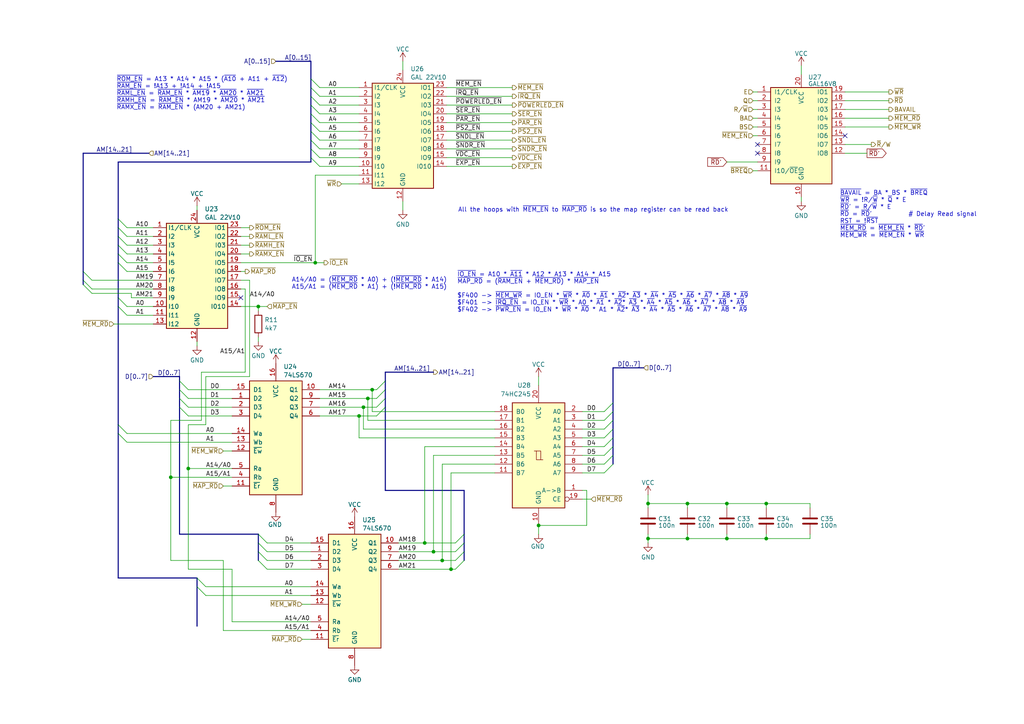
<source format=kicad_sch>
(kicad_sch (version 20231120) (generator "eeschema") (generator_version "8.0")
  (paper "A4")
  (lib_symbols
    (symbol "74xx:74HC245" (pin_names (offset 1.016))
      (property "Reference" "U" (at -7.62 16.51 0))
      (property "Value" "74HC245" (at -7.62 -16.51 0))
      (symbol "74HC245_1_0"
        (polyline (pts (xy -0.635 -1.27) (xy -0.635 1.27) (xy 0.635 1.27)))
        (polyline (pts (xy -1.27 -1.27) (xy 0.635 -1.27) (xy 0.635 1.27) (xy 1.27 1.27)))
        (pin input line (at -12.7 -10.16 0) (length 5.08) (name "A->B") (number "1"))
        (pin power_in line (at 0 -20.32 90) (length 5.08) (name "GND") (number "10"))
        (pin tri_state line (at 12.7 -5.08 180) (length 5.08) (name "B7") (number "11"))
        (pin tri_state line (at 12.7 -2.54 180) (length 5.08) (name "B6") (number "12"))
        (pin tri_state line (at 12.7 0 180) (length 5.08) (name "B5") (number "13"))
        (pin tri_state line (at 12.7 2.54 180) (length 5.08) (name "B4") (number "14"))
        (pin tri_state line (at 12.7 5.08 180) (length 5.08) (name "B3") (number "15"))
        (pin tri_state line (at 12.7 7.62 180) (length 5.08) (name "B2") (number "16"))
        (pin tri_state line (at 12.7 10.16 180) (length 5.08) (name "B1") (number "17"))
        (pin tri_state line (at 12.7 12.7 180) (length 5.08) (name "B0") (number "18"))
        (pin input inverted (at -12.7 -12.7 0) (length 5.08) (name "CE") (number "19"))
        (pin tri_state line (at -12.7 12.7 0) (length 5.08) (name "A0") (number "2"))
        (pin power_in line (at 0 20.32 270) (length 5.08) (name "VCC") (number "20"))
        (pin tri_state line (at -12.7 10.16 0) (length 5.08) (name "A1") (number "3"))
        (pin tri_state line (at -12.7 7.62 0) (length 5.08) (name "A2") (number "4"))
        (pin tri_state line (at -12.7 5.08 0) (length 5.08) (name "A3") (number "5"))
        (pin tri_state line (at -12.7 2.54 0) (length 5.08) (name "A4") (number "6"))
        (pin tri_state line (at -12.7 0 0) (length 5.08) (name "A5") (number "7"))
        (pin tri_state line (at -12.7 -2.54 0) (length 5.08) (name "A6") (number "8"))
        (pin tri_state line (at -12.7 -5.08 0) (length 5.08) (name "A7") (number "9"))
      )
      (symbol "74HC245_1_1"
        (rectangle (start -7.62 15.24) (end 7.62 -15.24) (stroke (width 0.254)) (fill (type background)))
      )
    )
    (symbol "74xx:74LS670" (pin_names (offset 1.016))
      (property "Reference" "U" (at -7.62 16.51 0))
      (property "Value" "74LS670" (at -7.62 -19.05 0))
      (symbol "74LS670_1_0"
        (pin input line (at -12.7 10.16 0) (length 5.08) (name "D2") (number "1"))
        (pin tri_state line (at 12.7 12.7 180) (length 5.08) (name "Q1") (number "10"))
        (pin input line (at -12.7 -15.24 0) (length 5.08) (name "~{Er}") (number "11"))
        (pin input line (at -12.7 -5.08 0) (length 5.08) (name "~{Ew}") (number "12"))
        (pin input line (at -12.7 -2.54 0) (length 5.08) (name "Wb") (number "13"))
        (pin input line (at -12.7 0 0) (length 5.08) (name "Wa") (number "14"))
        (pin input line (at -12.7 12.7 0) (length 5.08) (name "D1") (number "15"))
        (pin power_in line (at 0 20.32 270) (length 5.08) (name "VCC") (number "16"))
        (pin input line (at -12.7 7.62 0) (length 5.08) (name "D3") (number "2"))
        (pin input line (at -12.7 5.08 0) (length 5.08) (name "D4") (number "3"))
        (pin input line (at -12.7 -12.7 0) (length 5.08) (name "Rb") (number "4"))
        (pin input line (at -12.7 -10.16 0) (length 5.08) (name "Ra") (number "5"))
        (pin tri_state line (at 12.7 5.08 180) (length 5.08) (name "Q4") (number "6"))
        (pin tri_state line (at 12.7 7.62 180) (length 5.08) (name "Q3") (number "7"))
        (pin power_in line (at 0 -22.86 90) (length 5.08) (name "GND") (number "8"))
        (pin tri_state line (at 12.7 10.16 180) (length 5.08) (name "Q2") (number "9"))
      )
      (symbol "74LS670_1_1"
        (rectangle (start -7.62 15.24) (end 7.62 -17.78) (stroke (width 0.254)) (fill (type background)))
      )
    )
    (symbol "Device:C" (pin_numbers hide) (pin_names (offset 0.254))
      (property "Reference" "C" (at 0.635 2.54 0))
      (property "Value" "C" (at 0.635 -2.54 0))
      (symbol "C_0_1"
        (polyline (pts (xy -2.032 -0.762) (xy 2.032 -0.762)) (stroke (width 0.508)))
        (polyline (pts (xy -2.032 0.762) (xy 2.032 0.762)) (stroke (width 0.508)))
      )
      (symbol "C_1_1"
        (pin passive line (at 0 3.81 270) (length 2.794) (name "~") (number "1"))
        (pin passive line (at 0 -3.81 90) (length 2.794) (name "~") (number "2"))
      )
    )
    (symbol "Device:R" (pin_numbers hide) (pin_names (offset 0))
      (property "Reference" "R" (at 2.032 0 90))
      (property "Value" "R" (at 0 0 90))
      (symbol "R_0_1"
        (rectangle (start -1.016 -2.54) (end 1.016 2.54) (stroke (width 0.254)))
      )
      (symbol "R_1_1"
        (pin passive line (at 0 3.81 270) (length 1.27) (name "~") (number "1"))
        (pin passive line (at 0 -3.81 90) (length 1.27) (name "~") (number "2"))
      )
    )
    (symbol "Logic_Programmable:GAL16V8" (pin_names (offset 1.016))
      (property "Reference" "U" (at -8.89 16.51 0))
      (property "Value" "GAL16V8" (at 1.27 16.51 0))
      (symbol "GAL16V8_0_0"
        (pin power_in line (at 0 -17.78 90) (length 3.81) (name "GND") (number "10"))
        (pin power_in line (at 0 17.78 270) (length 3.81) (name "VCC") (number "20"))
      )
      (symbol "GAL16V8_0_1"
        (rectangle (start -8.89 13.97) (end 8.89 -13.97) (stroke (width 0.254)) (fill (type background)))
      )
      (symbol "GAL16V8_1_1"
        (pin input line (at -12.7 12.7 0) (length 3.81) (name "I1/CLK") (number "1"))
        (pin input line (at -12.7 -10.16 0) (length 3.81) (name "I10/~{OE}") (number "11"))
        (pin tri_state line (at 12.7 -5.08 180) (length 3.81) (name "IO8") (number "12"))
        (pin tri_state line (at 12.7 -2.54 180) (length 3.81) (name "IO7") (number "13"))
        (pin tri_state line (at 12.7 0 180) (length 3.81) (name "IO6") (number "14"))
        (pin tri_state line (at 12.7 2.54 180) (length 3.81) (name "IO5") (number "15"))
        (pin tri_state line (at 12.7 5.08 180) (length 3.81) (name "IO4") (number "16"))
        (pin tri_state line (at 12.7 7.62 180) (length 3.81) (name "I03") (number "17"))
        (pin tri_state line (at 12.7 10.16 180) (length 3.81) (name "IO2") (number "18"))
        (pin tri_state line (at 12.7 12.7 180) (length 3.81) (name "IO1") (number "19"))
        (pin input line (at -12.7 10.16 0) (length 3.81) (name "I2") (number "2"))
        (pin input line (at -12.7 7.62 0) (length 3.81) (name "I3") (number "3"))
        (pin input line (at -12.7 5.08 0) (length 3.81) (name "I4") (number "4"))
        (pin input line (at -12.7 2.54 0) (length 3.81) (name "I5") (number "5"))
        (pin input line (at -12.7 0 0) (length 3.81) (name "I6") (number "6"))
        (pin input line (at -12.7 -2.54 0) (length 3.81) (name "I7") (number "7"))
        (pin input line (at -12.7 -5.08 0) (length 3.81) (name "I8") (number "8"))
        (pin input line (at -12.7 -7.62 0) (length 3.81) (name "I9") (number "9"))
      )
    )
    (symbol "motherboard:GAL22V10"
      (property "Reference" "U29" (at -1.27 30.734 0))
      (property "Value" "GAL 22V10" (at 8.636 -2.794 0))
      (symbol "GAL22V10_0_1"
        (rectangle (start -1.27 29.21) (end 16.51 -1.27) (stroke (width 0.254)) (fill (type background)))
      )
      (symbol "GAL22V10_1_0"
        (pin power_in line (at 7.62 -5.08 90) (length 3.81) (name "GND") (number "12"))
        (pin power_in line (at 7.62 33.02 270) (length 3.81) (name "VCC") (number "24"))
      )
      (symbol "GAL22V10_1_1"
        (pin input line (at -5.08 27.94 0) (length 3.81) (name "I1/CLK") (number "1"))
        (pin input line (at -5.08 5.08 0) (length 3.81) (name "I10") (number "10"))
        (pin input line (at -5.08 2.54 0) (length 3.81) (name "I11") (number "11"))
        (pin input line (at -5.08 0 0) (length 3.81) (name "I12") (number "13"))
        (pin bidirectional line (at 20.32 5.08 180) (length 3.81) (name "I010") (number "14"))
        (pin bidirectional line (at 20.32 7.62 180) (length 3.81) (name "IO9") (number "15"))
        (pin bidirectional line (at 20.32 10.16 180) (length 3.81) (name "IO8") (number "16"))
        (pin bidirectional line (at 20.32 12.7 180) (length 3.81) (name "IO7") (number "17"))
        (pin bidirectional line (at 20.32 15.24 180) (length 3.81) (name "IO6") (number "18"))
        (pin bidirectional line (at 20.32 17.78 180) (length 3.81) (name "IO5") (number "19"))
        (pin input line (at -5.08 25.4 0) (length 3.81) (name "I2") (number "2"))
        (pin bidirectional line (at 20.32 20.32 180) (length 3.81) (name "IO4") (number "20"))
        (pin bidirectional line (at 20.32 22.86 180) (length 3.81) (name "I03") (number "21"))
        (pin bidirectional line (at 20.32 25.4 180) (length 3.81) (name "IO2") (number "22"))
        (pin bidirectional line (at 20.32 27.94 180) (length 3.81) (name "IO1") (number "23"))
        (pin input line (at -5.08 22.86 0) (length 3.81) (name "I3") (number "3"))
        (pin input line (at -5.08 20.32 0) (length 3.81) (name "I4") (number "4"))
        (pin input line (at -5.08 17.78 0) (length 3.81) (name "I5") (number "5"))
        (pin input line (at -5.08 15.24 0) (length 3.81) (name "I6") (number "6"))
        (pin input line (at -5.08 12.7 0) (length 3.81) (name "I7") (number "7"))
        (pin input line (at -5.08 10.16 0) (length 3.81) (name "I8") (number "8"))
        (pin input line (at -5.08 7.62 0) (length 3.81) (name "I9") (number "9"))
      )
    )
    (symbol "power:GND" (power) (pin_names (offset 0))
      (property "Value" "GND" (at 0 -3.81 0))
      (symbol "GND_0_1"
        (polyline (pts (xy 0 0) (xy 0 -1.27) (xy 1.27 -1.27) (xy 0 -2.54) (xy -1.27 -1.27) (xy 0 -1.27)))
      )
      (symbol "GND_1_1"
        (pin power_in line (at 0 0 270) (length 0) hide (name "GND") (number "1"))
      )
    )
    (symbol "power:VCC" (power) (pin_names (offset 0))
      (property "Value" "VCC" (at 0 3.81 0))
      (symbol "VCC_0_1"
        (polyline (pts (xy -0.762 1.27) (xy 0 2.54)))
        (polyline (pts (xy 0 0) (xy 0 2.54)))
        (polyline (pts (xy 0 2.54) (xy 0.762 1.27)))
      )
      (symbol "VCC_1_1"
        (pin power_in line (at 0 0 90) (length 0) hide (name "VCC") (number "1"))
      )
    )
  )
  (junction (at 199.39 146.05))
  (junction (at 49.53 138.43))
  (junction (at 187.96 146.05))
  (junction (at 123.19 157.48))
  (junction (at 210.82 156.21))
  (junction (at 54.61 135.89))
  (junction (at 222.25 156.21))
  (junction (at 128.27 162.56))
  (junction (at 107.95 113.03))
  (junction (at 187.96 156.21))
  (junction (at 74.93 88.9))
  (junction (at 130.81 165.1))
  (junction (at 104.14 120.65))
  (junction (at 210.82 146.05))
  (junction (at 222.25 146.05))
  (junction (at 125.73 160.02))
  (junction (at 199.39 156.21))
  (junction (at 91.44 76.2))
  (junction (at 105.41 118.11))
  (junction (at 106.68 115.57))
  (junction (at 156.21 152.4))
  (no_connect (at 245.11 39.37))
  (no_connect (at 69.85 86.36))
  (no_connect (at 219.71 44.45))
  (no_connect (at 219.71 41.91))
  (bus_entry (at 90.17 40.64) (size 2.54 2.54))
  (bus_entry (at 90.17 27.94) (size 2.54 2.54))
  (bus_entry (at 34.29 125.73) (size 2.54 2.54))
  (bus_entry (at 90.17 30.48) (size 2.54 2.54))
  (bus_entry (at 177.8 119.38) (size -2.54 2.54))
  (bus_entry (at 90.17 22.86) (size 2.54 2.54))
  (bus_entry (at 34.29 71.12) (size 2.54 2.54))
  (bus_entry (at 52.07 113.03) (size 2.54 2.54))
  (bus_entry (at 177.8 134.62) (size -2.54 2.54))
  (bus_entry (at 34.29 63.5) (size 2.54 2.54))
  (bus_entry (at 74.93 154.94) (size 2.54 2.54))
  (bus_entry (at 111.76 118.11) (size -2.54 2.54))
  (bus_entry (at 134.62 160.02) (size -2.54 2.54))
  (bus_entry (at 90.17 35.56) (size 2.54 2.54))
  (bus_entry (at 111.76 113.03) (size -2.54 2.54))
  (bus_entry (at 134.62 162.56) (size -2.54 2.54))
  (bus_entry (at 177.8 116.84) (size -2.54 2.54))
  (bus_entry (at 111.76 115.57) (size -2.54 2.54))
  (bus_entry (at 57.15 170.18) (size 2.54 2.54))
  (bus_entry (at 177.8 127) (size -2.54 2.54))
  (bus_entry (at 134.62 157.48) (size -2.54 2.54))
  (bus_entry (at 24.13 82.55) (size 2.54 2.54))
  (bus_entry (at 90.17 45.72) (size 2.54 2.54))
  (bus_entry (at 177.8 132.08) (size -2.54 2.54))
  (bus_entry (at 57.15 167.64) (size 2.54 2.54))
  (bus_entry (at 34.29 76.2) (size 2.54 2.54))
  (bus_entry (at 90.17 43.18) (size 2.54 2.54))
  (bus_entry (at 34.29 86.36) (size 2.54 2.54))
  (bus_entry (at 34.29 73.66) (size 2.54 2.54))
  (bus_entry (at 74.93 162.56) (size 2.54 2.54))
  (bus_entry (at 52.07 110.49) (size 2.54 2.54))
  (bus_entry (at 90.17 25.4) (size 2.54 2.54))
  (bus_entry (at 74.93 160.02) (size 2.54 2.54))
  (bus_entry (at 34.29 123.19) (size 2.54 2.54))
  (bus_entry (at 52.07 115.57) (size 2.54 2.54))
  (bus_entry (at 24.13 78.74) (size 2.54 2.54))
  (bus_entry (at 74.93 157.48) (size 2.54 2.54))
  (bus_entry (at 34.29 68.58) (size 2.54 2.54))
  (bus_entry (at 90.17 38.1) (size 2.54 2.54))
  (bus_entry (at 177.8 121.92) (size -2.54 2.54))
  (bus_entry (at 177.8 124.46) (size -2.54 2.54))
  (bus_entry (at 34.29 66.04) (size 2.54 2.54))
  (bus_entry (at 109.22 113.03) (size 2.54 -2.54))
  (bus_entry (at 90.17 33.02) (size 2.54 2.54))
  (bus_entry (at 177.8 129.54) (size -2.54 2.54))
  (bus_entry (at 132.08 157.48) (size 2.54 -2.54))
  (bus_entry (at 52.07 118.11) (size 2.54 2.54))
  (bus_entry (at 34.29 88.9) (size 2.54 2.54))
  (bus_entry (at 24.13 81.28) (size 2.54 2.54))
  (wire (pts (xy 257.81 31.75) (xy 245.11 31.75)))
  (wire (pts (xy 218.44 26.67) (xy 219.71 26.67)))
  (bus (pts (xy 74.93 157.48) (xy 74.93 160.02)))
  (wire (pts (xy 210.82 146.05) (xy 210.82 147.32)))
  (wire (pts (xy 54.61 135.89) (xy 54.61 165.1)))
  (wire (pts (xy 107.95 113.03) (xy 109.22 113.03)))
  (wire (pts (xy 92.71 113.03) (xy 107.95 113.03)))
  (bus (pts (xy 90.17 27.94) (xy 90.17 30.48)))
  (wire (pts (xy 257.81 29.21) (xy 245.11 29.21)))
  (bus (pts (xy 34.29 123.19) (xy 34.29 125.73)))
  (bus (pts (xy 52.07 109.22) (xy 52.07 110.49)))
  (wire (pts (xy 143.51 121.92) (xy 106.68 121.92)))
  (bus (pts (xy 34.29 86.36) (xy 34.29 88.9)))
  (wire (pts (xy 54.61 115.57) (xy 67.31 115.57)))
  (bus (pts (xy 24.13 78.74) (xy 24.13 81.28)))
  (bus (pts (xy 52.07 154.94) (xy 52.07 118.11)))
  (wire (pts (xy 77.47 157.48) (xy 90.17 157.48)))
  (bus (pts (xy 111.76 142.24) (xy 111.76 118.11)))
  (bus (pts (xy 52.07 110.49) (xy 52.07 113.03)))
  (wire (pts (xy 123.19 129.54) (xy 123.19 157.48)))
  (bus (pts (xy 90.17 33.02) (xy 90.17 35.56)))
  (wire (pts (xy 106.68 121.92) (xy 106.68 115.57)))
  (bus (pts (xy 177.8 121.92) (xy 177.8 124.46)))
  (bus (pts (xy 74.93 154.94) (xy 74.93 157.48)))
  (wire (pts (xy 69.85 68.58) (xy 72.39 68.58)))
  (wire (pts (xy 72.39 81.28) (xy 69.85 81.28)))
  (wire (pts (xy 57.15 99.06) (xy 57.15 100.33)))
  (wire (pts (xy 99.06 53.34) (xy 104.14 53.34)))
  (wire (pts (xy 170.18 152.4) (xy 156.21 152.4)))
  (wire (pts (xy 64.77 140.97) (xy 67.31 140.97)))
  (wire (pts (xy 91.44 50.8) (xy 104.14 50.8)))
  (bus (pts (xy 111.76 110.49) (xy 111.76 113.03)))
  (wire (pts (xy 74.93 99.06) (xy 74.93 97.79)))
  (wire (pts (xy 218.44 36.83) (xy 219.71 36.83)))
  (wire (pts (xy 54.61 165.1) (xy 67.31 165.1)))
  (wire (pts (xy 168.91 119.38) (xy 175.26 119.38)))
  (wire (pts (xy 54.61 135.89) (xy 67.31 135.89)))
  (wire (pts (xy 168.91 134.62) (xy 175.26 134.62)))
  (wire (pts (xy 129.54 35.56) (xy 148.59 35.56)))
  (wire (pts (xy 129.54 48.26) (xy 148.59 48.26)))
  (wire (pts (xy 129.54 25.4) (xy 148.59 25.4)))
  (bus (pts (xy 80.01 17.78) (xy 90.17 17.78)))
  (wire (pts (xy 92.71 35.56) (xy 104.14 35.56)))
  (wire (pts (xy 74.93 88.9) (xy 77.47 88.9)))
  (wire (pts (xy 36.83 66.04) (xy 44.45 66.04)))
  (wire (pts (xy 106.68 115.57) (xy 109.22 115.57)))
  (bus (pts (xy 34.29 73.66) (xy 34.29 76.2)))
  (bus (pts (xy 90.17 35.56) (xy 90.17 38.1)))
  (wire (pts (xy 234.95 156.21) (xy 234.95 154.94)))
  (wire (pts (xy 232.41 57.15) (xy 232.41 58.42)))
  (bus (pts (xy 24.13 78.74) (xy 24.13 44.45)))
  (wire (pts (xy 93.98 76.2) (xy 91.44 76.2)))
  (wire (pts (xy 187.96 156.21) (xy 187.96 157.48)))
  (wire (pts (xy 36.83 68.58) (xy 44.45 68.58)))
  (wire (pts (xy 187.96 156.21) (xy 199.39 156.21)))
  (wire (pts (xy 115.57 157.48) (xy 123.19 157.48)))
  (wire (pts (xy 36.83 73.66) (xy 44.45 73.66)))
  (wire (pts (xy 74.93 88.9) (xy 74.93 90.17)))
  (bus (pts (xy 111.76 115.57) (xy 111.76 118.11)))
  (wire (pts (xy 143.51 134.62) (xy 128.27 134.62)))
  (wire (pts (xy 36.83 71.12) (xy 44.45 71.12)))
  (wire (pts (xy 91.44 76.2) (xy 91.44 50.8)))
  (wire (pts (xy 64.77 130.81) (xy 67.31 130.81)))
  (wire (pts (xy 125.73 160.02) (xy 132.08 160.02)))
  (bus (pts (xy 111.76 107.95) (xy 111.76 110.49)))
  (wire (pts (xy 156.21 109.22) (xy 156.21 111.76)))
  (wire (pts (xy 245.11 34.29) (xy 257.81 34.29)))
  (wire (pts (xy 87.63 175.26) (xy 90.17 175.26)))
  (wire (pts (xy 92.71 33.02) (xy 104.14 33.02)))
  (wire (pts (xy 92.71 43.18) (xy 104.14 43.18)))
  (wire (pts (xy 168.91 127) (xy 175.26 127)))
  (wire (pts (xy 128.27 134.62) (xy 128.27 162.56)))
  (wire (pts (xy 54.61 113.03) (xy 67.31 113.03)))
  (wire (pts (xy 49.53 162.56) (xy 49.53 138.43)))
  (bus (pts (xy 90.17 45.72) (xy 90.17 46.99)))
  (wire (pts (xy 199.39 156.21) (xy 210.82 156.21)))
  (wire (pts (xy 210.82 146.05) (xy 222.25 146.05)))
  (wire (pts (xy 107.95 119.38) (xy 107.95 113.03)))
  (wire (pts (xy 38.1 86.36) (xy 44.45 86.36)))
  (wire (pts (xy 67.31 165.1) (xy 67.31 180.34)))
  (wire (pts (xy 59.69 170.18) (xy 90.17 170.18)))
  (bus (pts (xy 34.29 88.9) (xy 34.29 123.19)))
  (wire (pts (xy 67.31 180.34) (xy 90.17 180.34)))
  (wire (pts (xy 129.54 40.64) (xy 148.59 40.64)))
  (wire (pts (xy 187.96 143.51) (xy 187.96 146.05)))
  (bus (pts (xy 34.29 46.99) (xy 34.29 63.5)))
  (wire (pts (xy 58.42 107.95) (xy 58.42 121.92)))
  (wire (pts (xy 116.84 17.78) (xy 116.84 20.32)))
  (wire (pts (xy 92.71 115.57) (xy 106.68 115.57)))
  (wire (pts (xy 92.71 120.65) (xy 104.14 120.65)))
  (wire (pts (xy 57.15 59.69) (xy 57.15 60.96)))
  (wire (pts (xy 59.69 172.72) (xy 90.17 172.72)))
  (wire (pts (xy 92.71 48.26) (xy 104.14 48.26)))
  (wire (pts (xy 199.39 156.21) (xy 199.39 154.94)))
  (wire (pts (xy 54.61 120.65) (xy 67.31 120.65)))
  (bus (pts (xy 57.15 167.64) (xy 57.15 170.18)))
  (wire (pts (xy 129.54 27.94) (xy 148.59 27.94)))
  (wire (pts (xy 69.85 83.82) (xy 71.12 83.82)))
  (wire (pts (xy 54.61 135.89) (xy 54.61 123.19)))
  (wire (pts (xy 210.82 46.99) (xy 219.71 46.99)))
  (bus (pts (xy 57.15 170.18) (xy 57.15 181.61)))
  (wire (pts (xy 36.83 125.73) (xy 67.31 125.73)))
  (bus (pts (xy 134.62 160.02) (xy 134.62 162.56)))
  (bus (pts (xy 34.29 66.04) (xy 34.29 68.58)))
  (wire (pts (xy 71.12 107.95) (xy 58.42 107.95)))
  (wire (pts (xy 72.39 109.22) (xy 72.39 81.28)))
  (wire (pts (xy 156.21 152.4) (xy 156.21 154.94)))
  (wire (pts (xy 33.02 93.98) (xy 44.45 93.98)))
  (wire (pts (xy 232.41 19.05) (xy 232.41 21.59)))
  (wire (pts (xy 115.57 160.02) (xy 125.73 160.02)))
  (wire (pts (xy 218.44 34.29) (xy 219.71 34.29)))
  (wire (pts (xy 187.96 146.05) (xy 199.39 146.05)))
  (wire (pts (xy 77.47 165.1) (xy 90.17 165.1)))
  (wire (pts (xy 199.39 146.05) (xy 210.82 146.05)))
  (wire (pts (xy 222.25 156.21) (xy 234.95 156.21)))
  (wire (pts (xy 257.81 26.67) (xy 245.11 26.67)))
  (bus (pts (xy 111.76 113.03) (xy 111.76 115.57)))
  (wire (pts (xy 143.51 137.16) (xy 130.81 137.16)))
  (wire (pts (xy 143.51 124.46) (xy 105.41 124.46)))
  (wire (pts (xy 222.25 146.05) (xy 222.25 147.32)))
  (wire (pts (xy 218.44 31.75) (xy 219.71 31.75)))
  (wire (pts (xy 170.18 142.24) (xy 168.91 142.24)))
  (bus (pts (xy 34.29 71.12) (xy 34.29 73.66)))
  (wire (pts (xy 143.51 132.08) (xy 125.73 132.08)))
  (wire (pts (xy 129.54 43.18) (xy 148.59 43.18)))
  (wire (pts (xy 168.91 132.08) (xy 175.26 132.08)))
  (wire (pts (xy 125.73 132.08) (xy 125.73 160.02)))
  (wire (pts (xy 36.83 76.2) (xy 44.45 76.2)))
  (bus (pts (xy 134.62 142.24) (xy 134.62 154.94)))
  (wire (pts (xy 168.91 144.78) (xy 171.45 144.78)))
  (bus (pts (xy 90.17 38.1) (xy 90.17 40.64)))
  (bus (pts (xy 44.45 109.22) (xy 52.07 109.22)))
  (wire (pts (xy 71.12 83.82) (xy 71.12 107.95)))
  (bus (pts (xy 57.15 167.64) (xy 34.29 167.64)))
  (wire (pts (xy 218.44 39.37) (xy 219.71 39.37)))
  (wire (pts (xy 234.95 146.05) (xy 234.95 147.32)))
  (wire (pts (xy 245.11 44.45) (xy 251.46 44.45)))
  (bus (pts (xy 52.07 113.03) (xy 52.07 115.57)))
  (wire (pts (xy 130.81 137.16) (xy 130.81 165.1)))
  (wire (pts (xy 115.57 165.1) (xy 130.81 165.1)))
  (bus (pts (xy 177.8 127) (xy 177.8 129.54)))
  (wire (pts (xy 59.69 123.19) (xy 59.69 109.22)))
  (wire (pts (xy 105.41 118.11) (xy 109.22 118.11)))
  (bus (pts (xy 90.17 30.48) (xy 90.17 33.02)))
  (wire (pts (xy 123.19 157.48) (xy 132.08 157.48)))
  (bus (pts (xy 90.17 46.99) (xy 34.29 46.99)))
  (wire (pts (xy 218.44 49.53) (xy 219.71 49.53)))
  (wire (pts (xy 129.54 33.02) (xy 148.59 33.02)))
  (bus (pts (xy 177.8 119.38) (xy 177.8 121.92)))
  (wire (pts (xy 218.44 29.21) (xy 219.71 29.21)))
  (bus (pts (xy 177.8 129.54) (xy 177.8 132.08)))
  (wire (pts (xy 54.61 123.19) (xy 59.69 123.19)))
  (wire (pts (xy 104.14 40.64) (xy 92.71 40.64)))
  (wire (pts (xy 168.91 124.46) (xy 175.26 124.46)))
  (bus (pts (xy 177.8 106.68) (xy 186.69 106.68)))
  (bus (pts (xy 177.8 124.46) (xy 177.8 127)))
  (wire (pts (xy 92.71 118.11) (xy 105.41 118.11)))
  (wire (pts (xy 92.71 38.1) (xy 104.14 38.1)))
  (wire (pts (xy 222.25 146.05) (xy 234.95 146.05)))
  (wire (pts (xy 168.91 129.54) (xy 175.26 129.54)))
  (wire (pts (xy 26.67 85.09) (xy 38.1 85.09)))
  (wire (pts (xy 104.14 127) (xy 104.14 120.65)))
  (wire (pts (xy 58.42 121.92) (xy 49.53 121.92)))
  (wire (pts (xy 36.83 128.27) (xy 67.31 128.27)))
  (bus (pts (xy 125.73 107.95) (xy 111.76 107.95)))
  (bus (pts (xy 90.17 25.4) (xy 90.17 27.94)))
  (wire (pts (xy 69.85 71.12) (xy 72.39 71.12)))
  (wire (pts (xy 210.82 156.21) (xy 222.25 156.21)))
  (bus (pts (xy 34.29 68.58) (xy 34.29 71.12)))
  (bus (pts (xy 90.17 22.86) (xy 90.17 25.4)))
  (wire (pts (xy 59.69 109.22) (xy 72.39 109.22)))
  (wire (pts (xy 87.63 185.42) (xy 90.17 185.42)))
  (wire (pts (xy 69.85 66.04) (xy 72.39 66.04)))
  (wire (pts (xy 64.77 182.88) (xy 90.17 182.88)))
  (bus (pts (xy 90.17 43.18) (xy 90.17 45.72)))
  (wire (pts (xy 92.71 45.72) (xy 104.14 45.72)))
  (wire (pts (xy 38.1 85.09) (xy 38.1 86.36)))
  (bus (pts (xy 34.29 125.73) (xy 34.29 167.64)))
  (bus (pts (xy 52.07 115.57) (xy 52.07 118.11)))
  (bus (pts (xy 134.62 142.24) (xy 111.76 142.24)))
  (wire (pts (xy 104.14 120.65) (xy 109.22 120.65)))
  (wire (pts (xy 69.85 88.9) (xy 74.93 88.9)))
  (wire (pts (xy 69.85 76.2) (xy 91.44 76.2)))
  (wire (pts (xy 116.84 60.96) (xy 116.84 58.42)))
  (bus (pts (xy 24.13 82.55) (xy 24.13 81.28)))
  (wire (pts (xy 143.51 127) (xy 104.14 127)))
  (wire (pts (xy 199.39 146.05) (xy 199.39 147.32)))
  (wire (pts (xy 26.67 81.28) (xy 44.45 81.28)))
  (wire (pts (xy 245.11 36.83) (xy 257.81 36.83)))
  (wire (pts (xy 64.77 162.56) (xy 49.53 162.56)))
  (wire (pts (xy 129.54 45.72) (xy 148.59 45.72)))
  (bus (pts (xy 52.07 154.94) (xy 74.93 154.94)))
  (wire (pts (xy 187.96 146.05) (xy 187.96 147.32)))
  (wire (pts (xy 129.54 30.48) (xy 148.59 30.48)))
  (wire (pts (xy 49.53 121.92) (xy 49.53 138.43)))
  (wire (pts (xy 143.51 129.54) (xy 123.19 129.54)))
  (wire (pts (xy 26.67 83.82) (xy 44.45 83.82)))
  (wire (pts (xy 92.71 25.4) (xy 104.14 25.4)))
  (wire (pts (xy 77.47 160.02) (xy 90.17 160.02)))
  (wire (pts (xy 187.96 154.94) (xy 187.96 156.21)))
  (wire (pts (xy 130.81 165.1) (xy 132.08 165.1)))
  (bus (pts (xy 74.93 160.02) (xy 74.93 162.56)))
  (bus (pts (xy 134.62 154.94) (xy 134.62 157.48)))
  (wire (pts (xy 168.91 121.92) (xy 175.26 121.92)))
  (bus (pts (xy 177.8 116.84) (xy 177.8 119.38)))
  (bus (pts (xy 134.62 157.48) (xy 134.62 160.02)))
  (wire (pts (xy 36.83 91.44) (xy 44.45 91.44)))
  (wire (pts (xy 128.27 162.56) (xy 132.08 162.56)))
  (wire (pts (xy 92.71 27.94) (xy 104.14 27.94)))
  (bus (pts (xy 24.13 44.45) (xy 43.18 44.45)))
  (wire (pts (xy 92.71 30.48) (xy 104.14 30.48)))
  (wire (pts (xy 54.61 118.11) (xy 67.31 118.11)))
  (bus (pts (xy 177.8 106.68) (xy 177.8 116.84)))
  (wire (pts (xy 245.11 41.91) (xy 252.73 41.91)))
  (wire (pts (xy 69.85 73.66) (xy 72.39 73.66)))
  (wire (pts (xy 77.47 162.56) (xy 90.17 162.56)))
  (wire (pts (xy 64.77 182.88) (xy 64.77 162.56)))
  (wire (pts (xy 36.83 88.9) (xy 44.45 88.9)))
  (wire (pts (xy 69.85 78.74) (xy 71.12 78.74)))
  (bus (pts (xy 90.17 17.78) (xy 90.17 22.86)))
  (bus (pts (xy 177.8 132.08) (xy 177.8 134.62)))
  (wire (pts (xy 129.54 38.1) (xy 148.59 38.1)))
  (wire (pts (xy 49.53 138.43) (xy 67.31 138.43)))
  (wire (pts (xy 36.83 78.74) (xy 44.45 78.74)))
  (bus (pts (xy 34.29 63.5) (xy 34.29 66.04)))
  (bus (pts (xy 34.29 76.2) (xy 34.29 86.36)))
  (wire (pts (xy 105.41 124.46) (xy 105.41 118.11)))
  (bus (pts (xy 90.17 40.64) (xy 90.17 43.18)))
  (wire (pts (xy 115.57 162.56) (xy 128.27 162.56)))
  (wire (pts (xy 210.82 156.21) (xy 210.82 154.94)))
  (wire (pts (xy 168.91 137.16) (xy 175.26 137.16)))
  (wire (pts (xy 143.51 119.38) (xy 107.95 119.38)))
  (wire (pts (xy 222.25 156.21) (xy 222.25 154.94)))
  (wire (pts (xy 170.18 142.24) (xy 170.18 152.4)))
  (text "A14/A0 = (~{MEM_RD} * A0) + (!~{MEM_RD} * A14)\nA15/A1 = (~{MEM_RD} * A1) + (!~{MEM_RD} * A15)" (at 84.582 82.296 0) (effects (font (size 1.27 1.27)) (justify left)))
  (text "~{BAVAIL} = BA * BS * ~{BREQ}\n~{WR} = !R/~{W} * ~{Q} * E\n~{RD}' = R/~{W} * E\n~{RD} = ~{RD}'           # Delay Read signal\nRST = !~{RST}\n~{MEM_RD} = ~{MEM_EN} * ~{RD}'\n~{MEM_WR} = ~{MEM_EN} * ~{WR}" (at 243.586 62.23 0) (effects (font (size 1.27 1.27)) (justify left)))
  (text "All the hoops with ~{MEM_EN} to ~{MAP_RD} is so the map register can be read back" (at 132.842 60.96 0) (effects (font (size 1.27 1.27)) (justify left)))
  (text "~{IO_EN} = A10 * ~{A11} * A12 * A13 * A14 * A15\n~{MAP_RD} = (~{RAM_EN} + ~{MEM_RD}) * ~{MAP_EN}\n\n$F400 -> ~{MEM_WR} = IO_EN * ~{WR} * ~{A0} * ~{A1} * ~{A2}* ~{A3} * ~{A4} * ~{A5} * ~{A6} * ~{A7} * ~{A8} * ~{A9}\n$F401 -> ~{IRQ_EN} = IO_EN * ~{WR} * A0 * ~{A1} * ~{A2}* ~{A3} * ~{A4} * ~{A5} * ~{A6} * ~{A7} * ~{A8} * ~{A9}\n$F402 -> ~{PWR_EN} = IO_EN * ~{WR} * ~{A0} * A1 * ~{A2}* ~{A3} * ~{A4} * ~{A5} * ~{A6} * ~{A7} * ~{A8} * ~{A9}\n" (at 132.588 84.836 0) (effects (font (size 1.27 1.27)) (justify left)))
  (text "~{ROM_EN} = A13 * A14 * A15 * (~{A10} + A11 + ~{A12})\n~{RAM_EN} = !A13 + !A14 + !A15\n~{RAML_EN} = ~{RAM_EN} * ~{AM19} * ~{AM20} * ~{AM21}\n~{RAMH_EN} = ~{RAM_EN} * AM19 * ~{AM20} * ~{AM21}\n~{RAMX_EN} = ~{RAM_EN} * (AM20 + AM21)" (at 33.782 27.178 0) (effects (font (size 1.27 1.27)) (justify left)))
  (label "A3" (at 95.25 33.02 0))
  (label "A1" (at 82.55 172.72 0))
  (label "A1" (at 39.37 91.44 0))
  (label "AM[14..21]" (at 27.94 44.45 0))
  (label "D1" (at 170.18 121.92 0))
  (label "A14" (at 39.37 76.2 0))
  (label "D2" (at 60.96 118.11 0))
  (label "AM15" (at 95.25 115.57 0))
  (label "A1" (at 95.25 27.94 0))
  (label "A0" (at 39.37 88.9 0))
  (label "A6" (at 95.25 40.64 0))
  (label "AM17" (at 95.25 120.65 0))
  (label "D3" (at 170.18 127 0))
  (label "D2" (at 170.18 124.46 0))
  (label "AM20" (at 115.57 162.56 0))
  (label "~{IRQ_EN}" (at 132.08 27.94 0))
  (label "A13" (at 39.37 73.66 0))
  (label "D0" (at 170.18 119.38 0))
  (label "A8" (at 95.25 45.72 0))
  (label "~{SNDR_EN}" (at 132.08 43.18 0))
  (label "~{VDC_EN}" (at 132.08 45.72 0))
  (label "AM19" (at 115.57 160.02 0))
  (label "A0" (at 82.55 170.18 0))
  (label "D6" (at 82.55 162.56 0))
  (label "A0" (at 59.69 125.73 0))
  (label "D[0..7]" (at 179.07 106.68 0))
  (label "AM[14..21]" (at 114.3 107.95 0))
  (label "AM21" (at 39.37 86.36 0))
  (label "~{POWERLED_EN}" (at 132.08 30.48 0))
  (label "~{SER_EN}" (at 132.08 33.02 0))
  (label "AM14" (at 95.25 113.03 0))
  (label "AM21" (at 115.57 165.1 0))
  (label "A11" (at 39.37 68.58 0))
  (label "D[0..7]" (at 45.72 109.22 0))
  (label "D1" (at 60.96 115.57 0))
  (label "A1" (at 59.69 128.27 0))
  (label "D7" (at 170.18 137.16 0))
  (label "D7" (at 82.55 165.1 0))
  (label "A15{slash}A1" (at 59.69 138.43 0))
  (label "~{PAR_EN}" (at 132.08 35.56 0))
  (label "A[0..15]" (at 82.55 17.78 0))
  (label "A14{slash}A0" (at 72.39 86.36 0))
  (label "A15{slash}A1" (at 71.12 102.87 180))
  (label "AM20" (at 39.37 83.82 0))
  (label "D3" (at 60.96 120.65 0))
  (label "A15{slash}A1" (at 82.55 182.88 0))
  (label "A12" (at 39.37 71.12 0))
  (label "D0" (at 60.96 113.03 0))
  (label "A5" (at 95.25 38.1 0))
  (label "A10" (at 39.37 66.04 0))
  (label "AM19" (at 39.37 81.28 0))
  (label "~{MEM_EN}" (at 132.08 25.4 0))
  (label "~{PS2_EN}" (at 132.08 38.1 0))
  (label "AM16" (at 95.25 118.11 0))
  (label "~{SNDL_EN}" (at 132.08 40.64 0))
  (label "A14{slash}A0" (at 82.55 180.34 0))
  (label "D4" (at 170.18 129.54 0))
  (label "D4" (at 82.55 157.48 0))
  (label "A15" (at 39.37 78.74 0))
  (label "~{EXP_EN}" (at 132.08 48.26 0))
  (label "AM18" (at 115.57 157.48 0))
  (label "A4" (at 95.25 35.56 0))
  (label "A9" (at 95.25 48.26 0))
  (label "A0" (at 95.25 25.4 0))
  (label "D5" (at 82.55 160.02 0))
  (label "A7" (at 95.25 43.18 0))
  (label "D6" (at 170.18 134.62 0))
  (label "D5" (at 170.18 132.08 0))
  (label "A14{slash}A0" (at 59.69 135.89 0))
  (label "A2" (at 95.25 30.48 0))
  (label "~{IO_EN}" (at 85.09 76.2 0))
  (global_label "~{RD}'" (shape input) (at 210.82 46.99 180) (property "Intersheetrefs" "${INTERSHEET_REFS}" (effects (hide yes))))
  (global_label "~{RD}'" (shape output) (at 251.46 44.45 0) (property "Intersheetrefs" "${INTERSHEET_REFS}" (effects (hide yes))))
  (hierarchical_label "BS" (shape input) (at 218.44 36.83 180))
  (hierarchical_label "BA" (shape input) (at 218.44 34.29 180))
  (hierarchical_label "~{MEM_WR}" (shape input) (at 87.63 175.26 180))
  (hierarchical_label "Q" (shape input) (at 218.44 29.21 180))
  (hierarchical_label "~{MEM_WR}" (shape input) (at 64.77 130.81 180))
  (hierarchical_label "D[0..7]" (shape input) (at 186.69 106.68 0))
  (hierarchical_label "~{PS2_EN}" (shape output) (at 148.59 38.1 0))
  (hierarchical_label "~{EXP_EN}" (shape output) (at 148.59 48.26 0))
  (hierarchical_label "~{MEM_EN}" (shape output) (at 148.59 25.4 0))
  (hierarchical_label "~{RAMX_EN}" (shape output) (at 72.39 73.66 0))
  (hierarchical_label "~{ROM_EN}" (shape output) (at 72.39 66.04 0))
  (hierarchical_label "BAVAIL" (shape output) (at 257.81 31.75 0))
  (hierarchical_label "~{MEM_WR}" (shape output) (at 257.81 36.83 0))
  (hierarchical_label "~{RAML_EN}" (shape output) (at 72.39 68.58 0))
  (hierarchical_label "A[0..15]" (shape input) (at 80.01 17.78 180))
  (hierarchical_label "~{RAMH_EN}" (shape output) (at 72.39 71.12 0))
  (hierarchical_label "~{R}/W" (shape output) (at 252.73 41.91 0))
  (hierarchical_label "~{SNDR_EN}" (shape output) (at 148.59 43.18 0))
  (hierarchical_label "~{SNDL_EN}" (shape output) (at 148.59 40.64 0))
  (hierarchical_label "~{POWERLED_EN}" (shape output) (at 148.59 30.48 0))
  (hierarchical_label "~{MEM_RD}" (shape input) (at 33.02 93.98 180))
  (hierarchical_label "~{MEM_EN}" (shape input) (at 218.44 39.37 180))
  (hierarchical_label "~{VDC_EN}" (shape output) (at 148.59 45.72 0))
  (hierarchical_label "AM[14..21]" (shape output) (at 125.73 107.95 0))
  (hierarchical_label "D[0..7]" (shape input) (at 44.45 109.22 180))
  (hierarchical_label "E" (shape input) (at 218.44 26.67 180))
  (hierarchical_label "~{MEM_RD}" (shape input) (at 171.45 144.78 0))
  (hierarchical_label "R{slash}~{W}" (shape input) (at 218.44 31.75 180))
  (hierarchical_label "~{WR}" (shape input) (at 99.06 53.34 180))
  (hierarchical_label "~{MAP_RD}" (shape output) (at 71.12 78.74 0))
  (hierarchical_label "~{MEM_RD}" (shape output) (at 257.81 34.29 0))
  (hierarchical_label "~{PAR_EN}" (shape output) (at 148.59 35.56 0))
  (hierarchical_label "~{IRQ_EN}" (shape output) (at 148.59 27.94 0))
  (hierarchical_label "~{MAP_RD}" (shape input) (at 64.77 140.97 180))
  (hierarchical_label "~{SER_EN}" (shape output) (at 148.59 33.02 0))
  (hierarchical_label "~{RD}" (shape output) (at 257.81 29.21 0))
  (hierarchical_label "~{BREQ}" (shape input) (at 218.44 49.53 180))
  (hierarchical_label "AM[14..21]" (shape input) (at 43.18 44.45 0))
  (hierarchical_label "~{IO_EN}" (shape output) (at 93.98 76.2 0))
  (hierarchical_label "~{MAP_EN}" (shape input) (at 77.47 88.9 0))
  (hierarchical_label "~{MAP_RD}" (shape input) (at 87.63 185.42 180))
  (hierarchical_label "~{WR}" (shape output) (at 257.81 26.67 0))
  (symbol (lib_id "Device:C") (at 199.39 151.13 0) (unit 1)
    (property "Reference" "C32" (at 202.311 150.4863 0) (effects (justify left)))
    (property "Value" "100n" (at 202.311 152.4073 0) (effects (justify left)))
    (property "Footprint" "Capacitor_THT:C_Disc_D5.0mm_W2.5mm_P2.50mm" (effects (hide yes)))
  )
  (symbol (lib_id "Device:C") (at 187.96 151.13 0) (unit 1)
    (property "Reference" "C31" (at 190.881 150.4863 0) (effects (justify left)))
    (property "Value" "100n" (at 190.881 152.4073 0) (effects (justify left)))
    (property "Footprint" "Capacitor_THT:C_Disc_D5.0mm_W2.5mm_P2.50mm" (effects (hide yes)))
  )
  (symbol (lib_id "Device:R") (at 74.93 93.98 0) (unit 1)
    (property "Reference" "R11" (at 76.708 92.7678 0) (effects (justify left)))
    (property "Value" "4k7" (at 76.708 95.1921 0) (effects (justify left)))
    (property "Footprint" "Resistor_THT:R_Axial_DIN0204_L3.6mm_D1.6mm_P7.62mm_Horizontal" (effects (hide yes)))
    (property "Description" "Resistor" (effects (hide yes)))
  )
  (symbol (lib_id "power:GND") (at 187.96 157.48 0) (unit 1)
    (property "Reference" "#PWR079" (effects (hide yes)))
    (property "Value" "GND" (at 187.96 161.6155 0))
  )
  (symbol (lib_id "motherboard:GAL22V10") (at 109.22 53.34 0) (unit 1)
    (property "Reference" "U26" (at 119.0341 19.9855 0) (effects (justify left)))
    (property "Value" "GAL 22V10" (at 119.0341 22.4098 0) (effects (justify left)))
    (property "Footprint" "Package_DIP:DIP-24_W7.62mm_Socket" (effects (hide yes)))
  )
  (symbol (lib_id "Device:C") (at 222.25 151.13 0) (unit 1)
    (property "Reference" "C34" (at 225.171 150.4863 0) (effects (justify left)))
    (property "Value" "100n" (at 225.171 152.4073 0) (effects (justify left)))
    (property "Footprint" "Capacitor_THT:C_Disc_D5.0mm_W2.5mm_P2.50mm" (effects (hide yes)))
  )
  (symbol (lib_id "74xx:74LS670") (at 102.87 170.18 0) (unit 1)
    (property "Reference" "U25" (at 105.0641 150.7955 0) (effects (justify left)))
    (property "Value" "74LS670" (at 105.0641 153.2198 0) (effects (justify left)))
    (property "Footprint" "Package_DIP:DIP-16_W7.62mm_Socket" (effects (hide yes)))
    (property "Datasheet" "http://www.ti.com/lit/gpn/sn74LS670" (effects (hide yes)))
    (property "Description" "4 x 4 Register Files 3-State Outputs" (effects (hide yes)))
  )
  (symbol (lib_id "Device:C") (at 234.95 151.13 0) (unit 1)
    (property "Reference" "C35" (at 237.871 150.4863 0) (effects (justify left)))
    (property "Value" "100n" (at 237.871 152.4073 0) (effects (justify left)))
    (property "Footprint" "Capacitor_THT:C_Disc_D5.0mm_W2.5mm_P2.50mm" (effects (hide yes)))
  )
  (symbol (lib_id "power:GND") (at 116.84 60.96 0) (unit 1)
    (property "Reference" "#PWR077" (effects (hide yes)))
    (property "Value" "GND" (at 116.84 65.0955 0))
  )
  (symbol (lib_id "power:GND") (at 232.41 58.42 0) (unit 1)
    (property "Reference" "#PWR081" (effects (hide yes)))
    (property "Value" "GND" (at 232.41 62.5555 0))
  )
  (symbol (lib_id "power:VCC") (at 232.41 19.05 0) (unit 1)
    (property "Reference" "#PWR080" (effects (hide yes)))
    (property "Value" "VCC" (at 232.41 15.5481 0))
  )
  (symbol (lib_id "power:VCC") (at 187.96 143.51 0) (unit 1)
    (property "Reference" "#PWR078" (effects (hide yes)))
    (property "Value" "VCC" (at 187.96 140.0081 0))
  )
  (symbol (lib_id "74xx:74LS670") (at 80.01 125.73 0) (unit 1)
    (property "Reference" "U24" (at 82.2041 106.3455 0) (effects (justify left)))
    (property "Value" "74LS670" (at 82.2041 108.7698 0) (effects (justify left)))
    (property "Footprint" "Package_DIP:DIP-16_W7.62mm_Socket" (effects (hide yes)))
    (property "Datasheet" "http://www.ti.com/lit/gpn/sn74LS670" (effects (hide yes)))
    (property "Description" "4 x 4 Register Files 3-State Outputs" (effects (hide yes)))
  )
  (symbol (lib_id "power:GND") (at 74.93 99.06 0) (unit 1)
    (property "Reference" "#PWR070" (effects (hide yes)))
    (property "Value" "GND" (at 74.93 103.1955 0))
  )
  (symbol (lib_id "power:GND") (at 102.87 193.04 0) (unit 1)
    (property "Reference" "#PWR075" (effects (hide yes)))
    (property "Value" "GND" (at 102.87 197.1755 0))
  )
  (symbol (lib_id "power:VCC") (at 57.15 59.69 0) (unit 1)
    (property "Reference" "#PWR068" (effects (hide yes)))
    (property "Value" "VCC" (at 57.15 56.1881 0))
  )
  (symbol (lib_id "Logic_Programmable:GAL16V8") (at 232.41 39.37 0) (unit 1)
    (property "Reference" "U27" (at 234.3659 22.3901 0) (effects (justify left)))
    (property "Value" "GAL16V8" (at 234.3659 24.3111 0) (effects (justify left)))
    (property "Footprint" "Package_DIP:DIP-20_W7.62mm_Socket" (effects (hide yes)))
  )
  (symbol (lib_id "power:VCC") (at 80.01 105.41 0) (unit 1)
    (property "Reference" "#PWR071" (effects (hide yes)))
    (property "Value" "VCC" (at 80.01 101.9081 0))
  )
  (symbol (lib_id "power:GND") (at 57.15 100.33 0) (unit 1)
    (property "Reference" "#PWR069" (effects (hide yes)))
    (property "Value" "GND" (at 57.15 104.4655 0))
  )
  (symbol (lib_id "power:VCC") (at 156.21 109.22 0) (unit 1)
    (property "Reference" "#PWR06" (effects (hide yes)))
    (property "Value" "VCC" (at 156.21 105.7181 0))
  )
  (symbol (lib_id "power:GND") (at 80.01 148.59 0) (unit 1)
    (property "Reference" "#PWR072" (effects (hide yes)))
    (property "Value" "GND" (at 79.756 152.146 0))
  )
  (symbol (lib_id "power:VCC") (at 102.87 149.86 0) (unit 1)
    (property "Reference" "#PWR074" (effects (hide yes)))
    (property "Value" "VCC" (at 102.87 146.3581 0))
  )
  (symbol (lib_id "power:GND") (at 156.21 154.94 0) (unit 1)
    (property "Reference" "#PWR028" (effects (hide yes)))
    (property "Value" "GND" (at 155.956 158.496 0))
  )
  (symbol (lib_id "Device:C") (at 210.82 151.13 0) (unit 1)
    (property "Reference" "C33" (at 213.741 150.4863 0) (effects (justify left)))
    (property "Value" "100n" (at 213.741 152.4073 0) (effects (justify left)))
    (property "Footprint" "Capacitor_THT:C_Disc_D5.0mm_W2.5mm_P2.50mm" (effects (hide yes)))
  )
  (symbol (lib_id "74xx:74HC245") (at 156.21 132.08 0) (mirror y) (unit 1)
    (property "Reference" "U28" (at 154.0159 111.76 0) (effects (justify left)))
    (property "Value" "74HC245" (at 154.0159 114.3 0) (effects (justify left)))
    (property "Datasheet" "http://www.ti.com/lit/gpn/sn74HC245" (effects (hide yes)))
    (property "Description" "Octal BUS Transceivers, 3-State outputs" (effects (hide yes)))
  )
  (symbol (lib_id "power:VCC") (at 116.84 17.78 0) (unit 1)
    (property "Reference" "#PWR076" (effects (hide yes)))
    (property "Value" "VCC" (at 116.84 14.2781 0))
  )
  (symbol (lib_id "motherboard:GAL22V10") (at 49.53 93.98 0) (unit 1)
    (property "Reference" "U23" (at 59.3441 60.6255 0) (effects (justify left)))
    (property "Value" "GAL 22V10" (at 59.3441 63.0498 0) (effects (justify left)))
    (property "Footprint" "Package_DIP:DIP-24_W7.62mm_Socket" (effects (hide yes)))
  )
)
</source>
